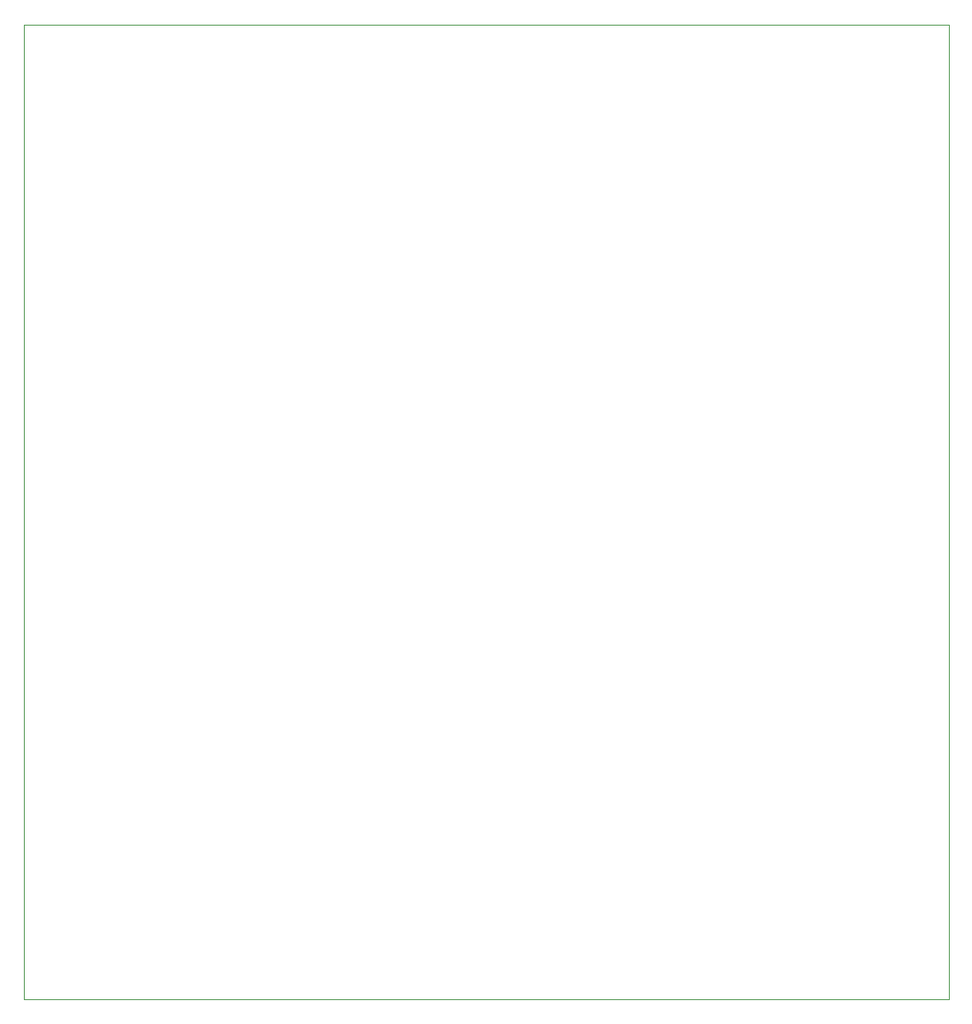
<source format=gm1>
%TF.GenerationSoftware,KiCad,Pcbnew,7.0.10-7.0.10~ubuntu22.04.1*%
%TF.CreationDate,2024-09-12T14:25:07+09:00*%
%TF.ProjectId,sbcz80cpm,7362637a-3830-4637-906d-2e6b69636164,rev?*%
%TF.SameCoordinates,Original*%
%TF.FileFunction,Profile,NP*%
%FSLAX46Y46*%
G04 Gerber Fmt 4.6, Leading zero omitted, Abs format (unit mm)*
G04 Created by KiCad (PCBNEW 7.0.10-7.0.10~ubuntu22.04.1) date 2024-09-12 14:25:07*
%MOMM*%
%LPD*%
G01*
G04 APERTURE LIST*
%TA.AperFunction,Profile*%
%ADD10C,0.100000*%
%TD*%
G04 APERTURE END LIST*
D10*
X60000000Y-60000000D02*
X155000000Y-60000000D01*
X155000000Y-160000000D01*
X60000000Y-160000000D01*
X60000000Y-60000000D01*
M02*

</source>
